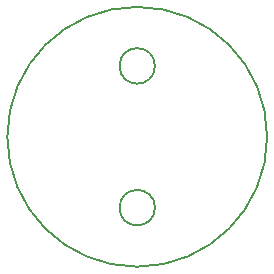
<source format=gm1>
G04*
G04 #@! TF.GenerationSoftware,Altium Limited,Altium Designer,19.1.5 (86)*
G04*
G04 Layer_Color=16711935*
%FSLAX25Y25*%
%MOIN*%
G70*
G01*
G75*
%ADD11C,0.00500*%
D11*
X43307Y0D02*
G03*
X43307Y0I-43307J0D01*
G01*
X5906Y23622D02*
G03*
X5906Y23622I-5906J0D01*
G01*
Y-23622D02*
G03*
X5906Y-23622I-5906J0D01*
G01*
M02*

</source>
